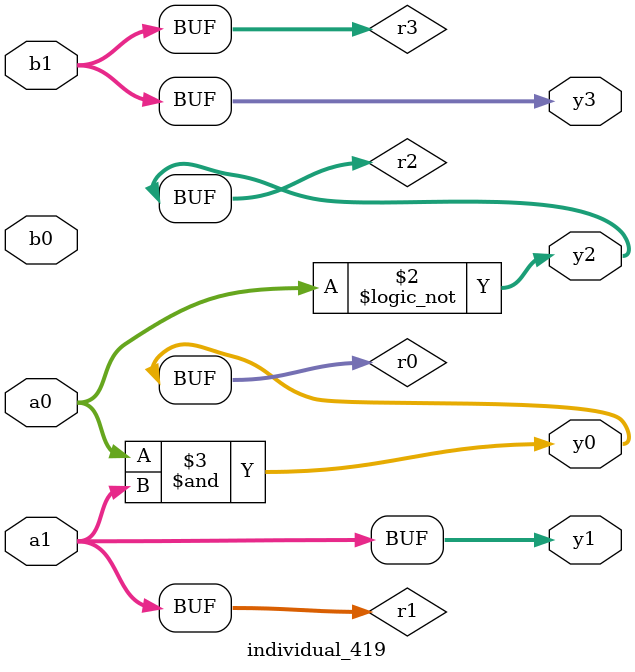
<source format=sv>
module individual_419(input logic [15:0] a1, input logic [15:0] a0, input logic [15:0] b1, input logic [15:0] b0, output logic [15:0] y3, output logic [15:0] y2, output logic [15:0] y1, output logic [15:0] y0);
logic [15:0] r0, r1, r2, r3; 
 always@(*) begin 
	 r0 = a0; r1 = a1; r2 = b0; r3 = b1; 
 	 r2 = ! a0 ;
 	 r0  &=  r1 ;
 	 y3 = r3; y2 = r2; y1 = r1; y0 = r0; 
end
endmodule
</source>
